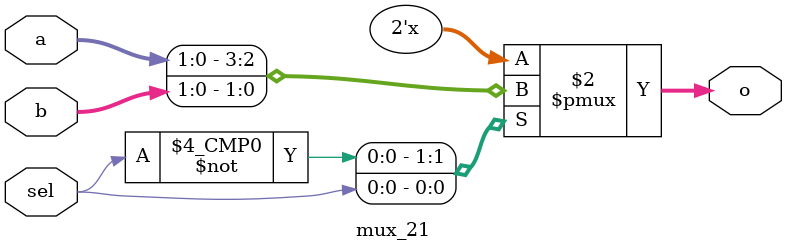
<source format=v>



module mux_21 
   (
    input wire [1:0] a,
    input wire [1:0] b,
    input wire   sel,
    output reg [1:0] o
    );

  always @ (a or b or sel)
  begin
    case (sel)
      1'b0: 
          o = a;
      1'b1: 
          o = b;
    endcase
  end

endmodule


</source>
